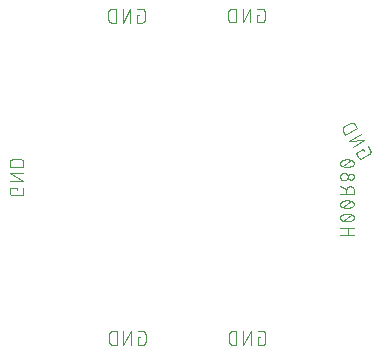
<source format=gbr>
G04 EAGLE Gerber RS-274X export*
G75*
%MOMM*%
%FSLAX34Y34*%
%LPD*%
%INSilkscreen Bottom*%
%IPPOS*%
%AMOC8*
5,1,8,0,0,1.08239X$1,22.5*%
G01*
%ADD10C,0.101600*%


D10*
X407088Y483471D02*
X405140Y483471D01*
X405140Y476980D01*
X409035Y476980D01*
X409134Y476982D01*
X409234Y476988D01*
X409333Y476997D01*
X409431Y477010D01*
X409529Y477027D01*
X409627Y477048D01*
X409723Y477073D01*
X409818Y477101D01*
X409912Y477133D01*
X410005Y477168D01*
X410097Y477207D01*
X410187Y477250D01*
X410275Y477295D01*
X410362Y477345D01*
X410446Y477397D01*
X410529Y477453D01*
X410609Y477511D01*
X410687Y477573D01*
X410762Y477638D01*
X410835Y477706D01*
X410905Y477776D01*
X410973Y477849D01*
X411038Y477924D01*
X411100Y478002D01*
X411158Y478082D01*
X411214Y478165D01*
X411266Y478249D01*
X411316Y478336D01*
X411361Y478424D01*
X411404Y478514D01*
X411443Y478606D01*
X411478Y478699D01*
X411510Y478793D01*
X411538Y478888D01*
X411563Y478984D01*
X411584Y479082D01*
X411601Y479180D01*
X411614Y479278D01*
X411623Y479377D01*
X411629Y479477D01*
X411631Y479576D01*
X411632Y479576D02*
X411632Y486068D01*
X411631Y486068D02*
X411629Y486167D01*
X411623Y486267D01*
X411614Y486366D01*
X411601Y486464D01*
X411584Y486562D01*
X411563Y486660D01*
X411538Y486756D01*
X411510Y486851D01*
X411478Y486945D01*
X411443Y487038D01*
X411404Y487130D01*
X411361Y487220D01*
X411316Y487308D01*
X411266Y487395D01*
X411214Y487479D01*
X411158Y487562D01*
X411100Y487642D01*
X411038Y487720D01*
X410973Y487795D01*
X410905Y487868D01*
X410835Y487938D01*
X410762Y488006D01*
X410687Y488071D01*
X410609Y488133D01*
X410529Y488191D01*
X410446Y488247D01*
X410362Y488299D01*
X410275Y488349D01*
X410187Y488394D01*
X410097Y488437D01*
X410005Y488476D01*
X409912Y488511D01*
X409818Y488543D01*
X409723Y488571D01*
X409627Y488596D01*
X409529Y488617D01*
X409431Y488634D01*
X409333Y488647D01*
X409234Y488656D01*
X409134Y488662D01*
X409035Y488664D01*
X405140Y488664D01*
X399440Y488664D02*
X399440Y476980D01*
X392948Y476980D02*
X399440Y488664D01*
X392948Y488664D02*
X392948Y476980D01*
X387248Y476980D02*
X387248Y488664D01*
X384002Y488664D01*
X383889Y488662D01*
X383776Y488656D01*
X383663Y488646D01*
X383550Y488632D01*
X383438Y488615D01*
X383327Y488593D01*
X383217Y488568D01*
X383107Y488538D01*
X382999Y488505D01*
X382892Y488468D01*
X382786Y488428D01*
X382682Y488383D01*
X382579Y488335D01*
X382478Y488284D01*
X382379Y488229D01*
X382282Y488171D01*
X382187Y488109D01*
X382094Y488044D01*
X382004Y487976D01*
X381916Y487905D01*
X381830Y487830D01*
X381747Y487753D01*
X381667Y487673D01*
X381590Y487590D01*
X381515Y487504D01*
X381444Y487416D01*
X381376Y487326D01*
X381311Y487233D01*
X381249Y487138D01*
X381191Y487041D01*
X381136Y486942D01*
X381085Y486841D01*
X381037Y486738D01*
X380992Y486634D01*
X380952Y486528D01*
X380915Y486421D01*
X380882Y486313D01*
X380852Y486203D01*
X380827Y486093D01*
X380805Y485982D01*
X380788Y485870D01*
X380774Y485757D01*
X380764Y485644D01*
X380758Y485531D01*
X380756Y485418D01*
X380756Y480226D01*
X380758Y480113D01*
X380764Y480000D01*
X380774Y479887D01*
X380788Y479774D01*
X380805Y479662D01*
X380827Y479551D01*
X380852Y479441D01*
X380882Y479331D01*
X380915Y479223D01*
X380952Y479116D01*
X380992Y479010D01*
X381037Y478906D01*
X381085Y478803D01*
X381136Y478702D01*
X381191Y478603D01*
X381249Y478506D01*
X381311Y478411D01*
X381376Y478318D01*
X381444Y478228D01*
X381515Y478140D01*
X381590Y478054D01*
X381667Y477971D01*
X381747Y477891D01*
X381830Y477814D01*
X381916Y477739D01*
X382004Y477668D01*
X382094Y477600D01*
X382187Y477535D01*
X382282Y477473D01*
X382379Y477415D01*
X382478Y477360D01*
X382579Y477309D01*
X382682Y477261D01*
X382786Y477216D01*
X382892Y477176D01*
X382999Y477139D01*
X383107Y477106D01*
X383217Y477076D01*
X383327Y477051D01*
X383438Y477029D01*
X383550Y477012D01*
X383663Y476998D01*
X383776Y476988D01*
X383889Y476982D01*
X384002Y476980D01*
X387248Y476980D01*
X494495Y369677D02*
X495469Y367990D01*
X494495Y369677D02*
X488874Y366431D01*
X490821Y363058D01*
X490822Y363058D02*
X490873Y362973D01*
X490928Y362890D01*
X490985Y362809D01*
X491046Y362730D01*
X491110Y362654D01*
X491177Y362580D01*
X491246Y362509D01*
X491318Y362440D01*
X491393Y362374D01*
X491470Y362312D01*
X491549Y362252D01*
X491631Y362195D01*
X491715Y362142D01*
X491801Y362091D01*
X491888Y362044D01*
X491978Y362001D01*
X492069Y361961D01*
X492161Y361924D01*
X492255Y361891D01*
X492350Y361862D01*
X492446Y361836D01*
X492543Y361814D01*
X492641Y361796D01*
X492739Y361781D01*
X492838Y361770D01*
X492937Y361763D01*
X493037Y361760D01*
X493136Y361761D01*
X493236Y361765D01*
X493335Y361774D01*
X493434Y361786D01*
X493532Y361801D01*
X493629Y361821D01*
X493726Y361844D01*
X493822Y361871D01*
X493916Y361902D01*
X494010Y361936D01*
X494102Y361974D01*
X494192Y362015D01*
X494281Y362060D01*
X494368Y362108D01*
X499990Y365353D01*
X499989Y365354D02*
X500074Y365405D01*
X500157Y365460D01*
X500238Y365517D01*
X500317Y365578D01*
X500393Y365642D01*
X500467Y365709D01*
X500538Y365778D01*
X500607Y365850D01*
X500673Y365925D01*
X500735Y366002D01*
X500795Y366081D01*
X500852Y366163D01*
X500905Y366247D01*
X500956Y366333D01*
X501003Y366420D01*
X501046Y366510D01*
X501086Y366601D01*
X501123Y366693D01*
X501156Y366787D01*
X501185Y366882D01*
X501211Y366978D01*
X501233Y367075D01*
X501251Y367173D01*
X501266Y367271D01*
X501277Y367370D01*
X501284Y367469D01*
X501287Y367569D01*
X501286Y367668D01*
X501282Y367768D01*
X501273Y367867D01*
X501261Y367965D01*
X501246Y368064D01*
X501226Y368161D01*
X501203Y368258D01*
X501176Y368354D01*
X501145Y368448D01*
X501111Y368542D01*
X501073Y368634D01*
X501032Y368724D01*
X500987Y368813D01*
X500939Y368900D01*
X500940Y368900D02*
X498993Y372273D01*
X496142Y377210D02*
X486024Y371368D01*
X482778Y376990D02*
X496142Y377210D01*
X492897Y382832D02*
X482778Y376990D01*
X479928Y381927D02*
X490046Y387769D01*
X488423Y390579D01*
X488424Y390580D02*
X488366Y390677D01*
X488304Y390772D01*
X488239Y390865D01*
X488171Y390955D01*
X488100Y391043D01*
X488025Y391129D01*
X487948Y391212D01*
X487868Y391292D01*
X487785Y391369D01*
X487699Y391444D01*
X487611Y391515D01*
X487521Y391583D01*
X487428Y391648D01*
X487333Y391710D01*
X487236Y391768D01*
X487137Y391823D01*
X487036Y391874D01*
X486933Y391922D01*
X486829Y391967D01*
X486723Y392007D01*
X486616Y392044D01*
X486508Y392077D01*
X486398Y392107D01*
X486288Y392132D01*
X486177Y392154D01*
X486065Y392171D01*
X485952Y392185D01*
X485839Y392195D01*
X485726Y392201D01*
X485613Y392203D01*
X485500Y392201D01*
X485387Y392195D01*
X485274Y392185D01*
X485161Y392171D01*
X485049Y392154D01*
X484938Y392132D01*
X484828Y392107D01*
X484718Y392077D01*
X484610Y392044D01*
X484503Y392007D01*
X484397Y391967D01*
X484293Y391922D01*
X484190Y391874D01*
X484089Y391823D01*
X483990Y391768D01*
X483990Y391767D02*
X479493Y389171D01*
X479396Y389113D01*
X479301Y389051D01*
X479208Y388986D01*
X479118Y388918D01*
X479030Y388847D01*
X478944Y388772D01*
X478861Y388695D01*
X478781Y388615D01*
X478704Y388532D01*
X478629Y388446D01*
X478558Y388358D01*
X478490Y388268D01*
X478425Y388175D01*
X478363Y388080D01*
X478305Y387983D01*
X478250Y387884D01*
X478199Y387783D01*
X478151Y387680D01*
X478106Y387576D01*
X478066Y387470D01*
X478029Y387363D01*
X477996Y387255D01*
X477966Y387145D01*
X477941Y387035D01*
X477919Y386924D01*
X477902Y386812D01*
X477888Y386699D01*
X477878Y386586D01*
X477872Y386473D01*
X477870Y386360D01*
X477872Y386247D01*
X477878Y386134D01*
X477888Y386021D01*
X477902Y385908D01*
X477919Y385796D01*
X477941Y385685D01*
X477966Y385575D01*
X477996Y385465D01*
X478029Y385357D01*
X478066Y385250D01*
X478106Y385144D01*
X478151Y385040D01*
X478199Y384937D01*
X478250Y384836D01*
X478305Y384737D01*
X479928Y381927D01*
X407596Y210451D02*
X405648Y210451D01*
X405648Y203960D01*
X409543Y203960D01*
X409642Y203962D01*
X409742Y203968D01*
X409841Y203977D01*
X409939Y203990D01*
X410037Y204007D01*
X410135Y204028D01*
X410231Y204053D01*
X410326Y204081D01*
X410420Y204113D01*
X410513Y204148D01*
X410605Y204187D01*
X410695Y204230D01*
X410783Y204275D01*
X410870Y204325D01*
X410954Y204377D01*
X411037Y204433D01*
X411117Y204491D01*
X411195Y204553D01*
X411270Y204618D01*
X411343Y204686D01*
X411413Y204756D01*
X411481Y204829D01*
X411546Y204904D01*
X411608Y204982D01*
X411666Y205062D01*
X411722Y205145D01*
X411774Y205229D01*
X411824Y205316D01*
X411869Y205404D01*
X411912Y205494D01*
X411951Y205586D01*
X411986Y205679D01*
X412018Y205773D01*
X412046Y205868D01*
X412071Y205964D01*
X412092Y206062D01*
X412109Y206160D01*
X412122Y206258D01*
X412131Y206357D01*
X412137Y206457D01*
X412139Y206556D01*
X412140Y206556D02*
X412140Y213048D01*
X412139Y213048D02*
X412137Y213147D01*
X412131Y213247D01*
X412122Y213346D01*
X412109Y213444D01*
X412092Y213542D01*
X412071Y213640D01*
X412046Y213736D01*
X412018Y213831D01*
X411986Y213925D01*
X411951Y214018D01*
X411912Y214110D01*
X411869Y214200D01*
X411824Y214288D01*
X411774Y214375D01*
X411722Y214459D01*
X411666Y214542D01*
X411608Y214622D01*
X411546Y214700D01*
X411481Y214775D01*
X411413Y214848D01*
X411343Y214918D01*
X411270Y214986D01*
X411195Y215051D01*
X411117Y215113D01*
X411037Y215171D01*
X410954Y215227D01*
X410870Y215279D01*
X410783Y215329D01*
X410695Y215374D01*
X410605Y215417D01*
X410513Y215456D01*
X410420Y215491D01*
X410326Y215523D01*
X410231Y215551D01*
X410135Y215576D01*
X410037Y215597D01*
X409939Y215614D01*
X409841Y215627D01*
X409742Y215636D01*
X409642Y215642D01*
X409543Y215644D01*
X405648Y215644D01*
X399948Y215644D02*
X399948Y203960D01*
X393456Y203960D02*
X399948Y215644D01*
X393456Y215644D02*
X393456Y203960D01*
X387756Y203960D02*
X387756Y215644D01*
X384510Y215644D01*
X384397Y215642D01*
X384284Y215636D01*
X384171Y215626D01*
X384058Y215612D01*
X383946Y215595D01*
X383835Y215573D01*
X383725Y215548D01*
X383615Y215518D01*
X383507Y215485D01*
X383400Y215448D01*
X383294Y215408D01*
X383190Y215363D01*
X383087Y215315D01*
X382986Y215264D01*
X382887Y215209D01*
X382790Y215151D01*
X382695Y215089D01*
X382602Y215024D01*
X382512Y214956D01*
X382424Y214885D01*
X382338Y214810D01*
X382255Y214733D01*
X382175Y214653D01*
X382098Y214570D01*
X382023Y214484D01*
X381952Y214396D01*
X381884Y214306D01*
X381819Y214213D01*
X381757Y214118D01*
X381699Y214021D01*
X381644Y213922D01*
X381593Y213821D01*
X381545Y213718D01*
X381500Y213614D01*
X381460Y213508D01*
X381423Y213401D01*
X381390Y213293D01*
X381360Y213183D01*
X381335Y213073D01*
X381313Y212962D01*
X381296Y212850D01*
X381282Y212737D01*
X381272Y212624D01*
X381266Y212511D01*
X381264Y212398D01*
X381264Y207206D01*
X381266Y207093D01*
X381272Y206980D01*
X381282Y206867D01*
X381296Y206754D01*
X381313Y206642D01*
X381335Y206531D01*
X381360Y206421D01*
X381390Y206311D01*
X381423Y206203D01*
X381460Y206096D01*
X381500Y205990D01*
X381545Y205886D01*
X381593Y205783D01*
X381644Y205682D01*
X381699Y205583D01*
X381757Y205486D01*
X381819Y205391D01*
X381884Y205298D01*
X381952Y205208D01*
X382023Y205120D01*
X382098Y205034D01*
X382175Y204951D01*
X382255Y204871D01*
X382338Y204794D01*
X382424Y204719D01*
X382512Y204648D01*
X382602Y204580D01*
X382695Y204515D01*
X382790Y204453D01*
X382887Y204395D01*
X382986Y204340D01*
X383087Y204289D01*
X383190Y204241D01*
X383294Y204196D01*
X383400Y204156D01*
X383507Y204119D01*
X383615Y204086D01*
X383725Y204056D01*
X383835Y204031D01*
X383946Y204009D01*
X384058Y203992D01*
X384171Y203978D01*
X384284Y203968D01*
X384397Y203962D01*
X384510Y203960D01*
X387756Y203960D01*
X202239Y335056D02*
X202239Y337004D01*
X195748Y337004D01*
X195748Y333109D01*
X195750Y333010D01*
X195756Y332910D01*
X195765Y332811D01*
X195778Y332713D01*
X195795Y332615D01*
X195816Y332517D01*
X195841Y332421D01*
X195869Y332326D01*
X195901Y332232D01*
X195936Y332139D01*
X195975Y332047D01*
X196018Y331957D01*
X196063Y331869D01*
X196113Y331782D01*
X196165Y331698D01*
X196221Y331615D01*
X196279Y331535D01*
X196341Y331457D01*
X196406Y331382D01*
X196474Y331309D01*
X196544Y331239D01*
X196617Y331171D01*
X196692Y331106D01*
X196770Y331044D01*
X196850Y330986D01*
X196933Y330930D01*
X197017Y330878D01*
X197104Y330828D01*
X197192Y330783D01*
X197282Y330740D01*
X197374Y330701D01*
X197467Y330666D01*
X197561Y330634D01*
X197656Y330606D01*
X197752Y330581D01*
X197850Y330560D01*
X197948Y330543D01*
X198046Y330530D01*
X198145Y330521D01*
X198245Y330515D01*
X198344Y330513D01*
X198344Y330512D02*
X204836Y330512D01*
X204836Y330513D02*
X204935Y330515D01*
X205035Y330521D01*
X205134Y330530D01*
X205232Y330543D01*
X205330Y330560D01*
X205428Y330581D01*
X205524Y330606D01*
X205619Y330634D01*
X205713Y330666D01*
X205806Y330701D01*
X205898Y330740D01*
X205988Y330783D01*
X206076Y330828D01*
X206163Y330878D01*
X206247Y330930D01*
X206330Y330986D01*
X206410Y331044D01*
X206488Y331106D01*
X206563Y331171D01*
X206636Y331239D01*
X206706Y331309D01*
X206774Y331382D01*
X206839Y331457D01*
X206901Y331535D01*
X206959Y331615D01*
X207015Y331698D01*
X207067Y331782D01*
X207117Y331869D01*
X207162Y331957D01*
X207205Y332047D01*
X207244Y332139D01*
X207279Y332231D01*
X207311Y332326D01*
X207339Y332421D01*
X207364Y332517D01*
X207385Y332615D01*
X207402Y332713D01*
X207415Y332811D01*
X207424Y332910D01*
X207430Y333010D01*
X207432Y333109D01*
X207432Y337004D01*
X207432Y342704D02*
X195748Y342704D01*
X195748Y349196D02*
X207432Y342704D01*
X207432Y349196D02*
X195748Y349196D01*
X195748Y354896D02*
X207432Y354896D01*
X207432Y358142D01*
X207430Y358255D01*
X207424Y358368D01*
X207414Y358481D01*
X207400Y358594D01*
X207383Y358706D01*
X207361Y358817D01*
X207336Y358927D01*
X207306Y359037D01*
X207273Y359145D01*
X207236Y359252D01*
X207196Y359358D01*
X207151Y359462D01*
X207103Y359565D01*
X207052Y359666D01*
X206997Y359765D01*
X206939Y359862D01*
X206877Y359957D01*
X206812Y360050D01*
X206744Y360140D01*
X206673Y360228D01*
X206598Y360314D01*
X206521Y360397D01*
X206441Y360477D01*
X206358Y360554D01*
X206272Y360629D01*
X206184Y360700D01*
X206094Y360768D01*
X206001Y360833D01*
X205906Y360895D01*
X205809Y360953D01*
X205710Y361008D01*
X205609Y361059D01*
X205506Y361107D01*
X205402Y361152D01*
X205296Y361192D01*
X205189Y361229D01*
X205081Y361262D01*
X204971Y361292D01*
X204861Y361317D01*
X204750Y361339D01*
X204638Y361356D01*
X204525Y361370D01*
X204412Y361380D01*
X204299Y361386D01*
X204186Y361388D01*
X198994Y361388D01*
X198881Y361386D01*
X198768Y361380D01*
X198655Y361370D01*
X198542Y361356D01*
X198430Y361339D01*
X198319Y361317D01*
X198209Y361292D01*
X198099Y361262D01*
X197991Y361229D01*
X197884Y361192D01*
X197778Y361152D01*
X197674Y361107D01*
X197571Y361059D01*
X197470Y361008D01*
X197371Y360953D01*
X197274Y360895D01*
X197179Y360833D01*
X197086Y360768D01*
X196996Y360700D01*
X196908Y360629D01*
X196822Y360554D01*
X196739Y360477D01*
X196659Y360397D01*
X196582Y360314D01*
X196507Y360228D01*
X196436Y360140D01*
X196368Y360050D01*
X196303Y359957D01*
X196241Y359862D01*
X196183Y359765D01*
X196128Y359666D01*
X196077Y359565D01*
X196029Y359462D01*
X195984Y359358D01*
X195944Y359252D01*
X195907Y359145D01*
X195874Y359037D01*
X195844Y358927D01*
X195819Y358817D01*
X195797Y358706D01*
X195780Y358594D01*
X195766Y358481D01*
X195756Y358368D01*
X195750Y358255D01*
X195748Y358142D01*
X195748Y354896D01*
X303628Y483344D02*
X305576Y483344D01*
X303628Y483344D02*
X303628Y476853D01*
X307523Y476853D01*
X307622Y476855D01*
X307722Y476861D01*
X307821Y476870D01*
X307919Y476883D01*
X308017Y476900D01*
X308115Y476921D01*
X308211Y476946D01*
X308306Y476974D01*
X308400Y477006D01*
X308493Y477041D01*
X308585Y477080D01*
X308675Y477123D01*
X308763Y477168D01*
X308850Y477218D01*
X308934Y477270D01*
X309017Y477326D01*
X309097Y477384D01*
X309175Y477446D01*
X309250Y477511D01*
X309323Y477579D01*
X309393Y477649D01*
X309461Y477722D01*
X309526Y477797D01*
X309588Y477875D01*
X309646Y477955D01*
X309702Y478038D01*
X309754Y478122D01*
X309804Y478209D01*
X309849Y478297D01*
X309892Y478387D01*
X309931Y478479D01*
X309966Y478572D01*
X309998Y478666D01*
X310026Y478761D01*
X310051Y478857D01*
X310072Y478955D01*
X310089Y479053D01*
X310102Y479151D01*
X310111Y479250D01*
X310117Y479350D01*
X310119Y479449D01*
X310120Y479449D02*
X310120Y485941D01*
X310119Y485941D02*
X310117Y486040D01*
X310111Y486140D01*
X310102Y486239D01*
X310089Y486337D01*
X310072Y486435D01*
X310051Y486533D01*
X310026Y486629D01*
X309998Y486724D01*
X309966Y486818D01*
X309931Y486911D01*
X309892Y487003D01*
X309849Y487093D01*
X309804Y487181D01*
X309754Y487268D01*
X309702Y487352D01*
X309646Y487435D01*
X309588Y487515D01*
X309526Y487593D01*
X309461Y487668D01*
X309393Y487741D01*
X309323Y487811D01*
X309250Y487879D01*
X309175Y487944D01*
X309097Y488006D01*
X309017Y488064D01*
X308934Y488120D01*
X308850Y488172D01*
X308763Y488222D01*
X308675Y488267D01*
X308585Y488310D01*
X308493Y488349D01*
X308400Y488384D01*
X308306Y488416D01*
X308211Y488444D01*
X308115Y488469D01*
X308017Y488490D01*
X307919Y488507D01*
X307821Y488520D01*
X307722Y488529D01*
X307622Y488535D01*
X307523Y488537D01*
X303628Y488537D01*
X297928Y488537D02*
X297928Y476853D01*
X291436Y476853D02*
X297928Y488537D01*
X291436Y488537D02*
X291436Y476853D01*
X285736Y476853D02*
X285736Y488537D01*
X282490Y488537D01*
X282377Y488535D01*
X282264Y488529D01*
X282151Y488519D01*
X282038Y488505D01*
X281926Y488488D01*
X281815Y488466D01*
X281705Y488441D01*
X281595Y488411D01*
X281487Y488378D01*
X281380Y488341D01*
X281274Y488301D01*
X281170Y488256D01*
X281067Y488208D01*
X280966Y488157D01*
X280867Y488102D01*
X280770Y488044D01*
X280675Y487982D01*
X280582Y487917D01*
X280492Y487849D01*
X280404Y487778D01*
X280318Y487703D01*
X280235Y487626D01*
X280155Y487546D01*
X280078Y487463D01*
X280003Y487377D01*
X279932Y487289D01*
X279864Y487199D01*
X279799Y487106D01*
X279737Y487011D01*
X279679Y486914D01*
X279624Y486815D01*
X279573Y486714D01*
X279525Y486611D01*
X279480Y486507D01*
X279440Y486401D01*
X279403Y486294D01*
X279370Y486186D01*
X279340Y486076D01*
X279315Y485966D01*
X279293Y485855D01*
X279276Y485743D01*
X279262Y485630D01*
X279252Y485517D01*
X279246Y485404D01*
X279244Y485291D01*
X279244Y480099D01*
X279246Y479986D01*
X279252Y479873D01*
X279262Y479760D01*
X279276Y479647D01*
X279293Y479535D01*
X279315Y479424D01*
X279340Y479314D01*
X279370Y479204D01*
X279403Y479096D01*
X279440Y478989D01*
X279480Y478883D01*
X279525Y478779D01*
X279573Y478676D01*
X279624Y478575D01*
X279679Y478476D01*
X279737Y478379D01*
X279799Y478284D01*
X279864Y478191D01*
X279932Y478101D01*
X280003Y478013D01*
X280078Y477927D01*
X280155Y477844D01*
X280235Y477764D01*
X280318Y477687D01*
X280404Y477612D01*
X280492Y477541D01*
X280582Y477473D01*
X280675Y477408D01*
X280770Y477346D01*
X280867Y477288D01*
X280966Y477233D01*
X281067Y477182D01*
X281170Y477134D01*
X281274Y477089D01*
X281380Y477049D01*
X281487Y477012D01*
X281595Y476979D01*
X281705Y476949D01*
X281815Y476924D01*
X281926Y476902D01*
X282038Y476885D01*
X282151Y476871D01*
X282264Y476861D01*
X282377Y476855D01*
X282490Y476853D01*
X285736Y476853D01*
X304302Y210451D02*
X306250Y210451D01*
X304302Y210451D02*
X304302Y203960D01*
X308197Y203960D01*
X308296Y203962D01*
X308396Y203968D01*
X308495Y203977D01*
X308593Y203990D01*
X308691Y204007D01*
X308789Y204028D01*
X308885Y204053D01*
X308980Y204081D01*
X309074Y204113D01*
X309167Y204148D01*
X309259Y204187D01*
X309349Y204230D01*
X309437Y204275D01*
X309524Y204325D01*
X309608Y204377D01*
X309691Y204433D01*
X309771Y204491D01*
X309849Y204553D01*
X309924Y204618D01*
X309997Y204686D01*
X310067Y204756D01*
X310135Y204829D01*
X310200Y204904D01*
X310262Y204982D01*
X310320Y205062D01*
X310376Y205145D01*
X310428Y205229D01*
X310478Y205316D01*
X310523Y205404D01*
X310566Y205494D01*
X310605Y205586D01*
X310640Y205679D01*
X310672Y205773D01*
X310700Y205868D01*
X310725Y205964D01*
X310746Y206062D01*
X310763Y206160D01*
X310776Y206258D01*
X310785Y206357D01*
X310791Y206457D01*
X310793Y206556D01*
X310794Y206556D02*
X310794Y213048D01*
X310793Y213048D02*
X310791Y213147D01*
X310785Y213247D01*
X310776Y213346D01*
X310763Y213444D01*
X310746Y213542D01*
X310725Y213640D01*
X310700Y213736D01*
X310672Y213831D01*
X310640Y213925D01*
X310605Y214018D01*
X310566Y214110D01*
X310523Y214200D01*
X310478Y214288D01*
X310428Y214375D01*
X310376Y214459D01*
X310320Y214542D01*
X310262Y214622D01*
X310200Y214700D01*
X310135Y214775D01*
X310067Y214848D01*
X309997Y214918D01*
X309924Y214986D01*
X309849Y215051D01*
X309771Y215113D01*
X309691Y215171D01*
X309608Y215227D01*
X309524Y215279D01*
X309437Y215329D01*
X309349Y215374D01*
X309259Y215417D01*
X309167Y215456D01*
X309074Y215491D01*
X308980Y215523D01*
X308885Y215551D01*
X308789Y215576D01*
X308691Y215597D01*
X308593Y215614D01*
X308495Y215627D01*
X308396Y215636D01*
X308296Y215642D01*
X308197Y215644D01*
X304302Y215644D01*
X298602Y215644D02*
X298602Y203960D01*
X292110Y203960D02*
X298602Y215644D01*
X292110Y215644D02*
X292110Y203960D01*
X286410Y203960D02*
X286410Y215644D01*
X283164Y215644D01*
X283051Y215642D01*
X282938Y215636D01*
X282825Y215626D01*
X282712Y215612D01*
X282600Y215595D01*
X282489Y215573D01*
X282379Y215548D01*
X282269Y215518D01*
X282161Y215485D01*
X282054Y215448D01*
X281948Y215408D01*
X281844Y215363D01*
X281741Y215315D01*
X281640Y215264D01*
X281541Y215209D01*
X281444Y215151D01*
X281349Y215089D01*
X281256Y215024D01*
X281166Y214956D01*
X281078Y214885D01*
X280992Y214810D01*
X280909Y214733D01*
X280829Y214653D01*
X280752Y214570D01*
X280677Y214484D01*
X280606Y214396D01*
X280538Y214306D01*
X280473Y214213D01*
X280411Y214118D01*
X280353Y214021D01*
X280298Y213922D01*
X280247Y213821D01*
X280199Y213718D01*
X280154Y213614D01*
X280114Y213508D01*
X280077Y213401D01*
X280044Y213293D01*
X280014Y213183D01*
X279989Y213073D01*
X279967Y212962D01*
X279950Y212850D01*
X279936Y212737D01*
X279926Y212624D01*
X279920Y212511D01*
X279918Y212398D01*
X279918Y207206D01*
X279920Y207093D01*
X279926Y206980D01*
X279936Y206867D01*
X279950Y206754D01*
X279967Y206642D01*
X279989Y206531D01*
X280014Y206421D01*
X280044Y206311D01*
X280077Y206203D01*
X280114Y206096D01*
X280154Y205990D01*
X280199Y205886D01*
X280247Y205783D01*
X280298Y205682D01*
X280353Y205583D01*
X280411Y205486D01*
X280473Y205391D01*
X280538Y205298D01*
X280606Y205208D01*
X280677Y205120D01*
X280752Y205034D01*
X280829Y204951D01*
X280909Y204871D01*
X280992Y204794D01*
X281078Y204719D01*
X281166Y204648D01*
X281256Y204580D01*
X281349Y204515D01*
X281444Y204453D01*
X281541Y204395D01*
X281640Y204340D01*
X281741Y204289D01*
X281844Y204241D01*
X281948Y204196D01*
X282054Y204156D01*
X282161Y204119D01*
X282269Y204086D01*
X282379Y204056D01*
X282489Y204031D01*
X282600Y204009D01*
X282712Y203992D01*
X282825Y203978D01*
X282938Y203968D01*
X283051Y203962D01*
X283164Y203960D01*
X286410Y203960D01*
X475488Y296729D02*
X487172Y296729D01*
X481979Y296729D02*
X481979Y303220D01*
X487172Y303220D02*
X475488Y303220D01*
X481330Y308540D02*
X481560Y308543D01*
X481790Y308551D01*
X482019Y308565D01*
X482248Y308584D01*
X482477Y308609D01*
X482704Y308639D01*
X482932Y308674D01*
X483158Y308715D01*
X483383Y308761D01*
X483607Y308813D01*
X483829Y308870D01*
X484051Y308932D01*
X484270Y309000D01*
X484488Y309073D01*
X484705Y309151D01*
X484919Y309234D01*
X485131Y309322D01*
X485341Y309415D01*
X485549Y309514D01*
X485549Y309513D02*
X485639Y309546D01*
X485728Y309582D01*
X485816Y309622D01*
X485901Y309666D01*
X485985Y309713D01*
X486067Y309763D01*
X486147Y309817D01*
X486224Y309873D01*
X486300Y309933D01*
X486373Y309996D01*
X486443Y310061D01*
X486511Y310130D01*
X486575Y310201D01*
X486637Y310274D01*
X486696Y310350D01*
X486752Y310428D01*
X486805Y310509D01*
X486854Y310591D01*
X486900Y310675D01*
X486943Y310762D01*
X486982Y310849D01*
X487018Y310939D01*
X487050Y311029D01*
X487078Y311121D01*
X487103Y311214D01*
X487124Y311308D01*
X487141Y311402D01*
X487155Y311497D01*
X487164Y311593D01*
X487170Y311689D01*
X487172Y311785D01*
X487170Y311881D01*
X487164Y311977D01*
X487155Y312073D01*
X487141Y312168D01*
X487124Y312262D01*
X487103Y312356D01*
X487078Y312449D01*
X487050Y312541D01*
X487018Y312631D01*
X486982Y312721D01*
X486943Y312808D01*
X486900Y312895D01*
X486854Y312979D01*
X486805Y313061D01*
X486752Y313142D01*
X486696Y313220D01*
X486637Y313296D01*
X486575Y313369D01*
X486511Y313440D01*
X486443Y313509D01*
X486373Y313574D01*
X486300Y313637D01*
X486224Y313697D01*
X486147Y313753D01*
X486067Y313807D01*
X485985Y313857D01*
X485901Y313904D01*
X485816Y313948D01*
X485728Y313988D01*
X485639Y314024D01*
X485549Y314057D01*
X485342Y314156D01*
X485132Y314249D01*
X484919Y314337D01*
X484705Y314420D01*
X484489Y314498D01*
X484271Y314571D01*
X484051Y314639D01*
X483830Y314701D01*
X483607Y314758D01*
X483383Y314810D01*
X483158Y314856D01*
X482932Y314897D01*
X482705Y314932D01*
X482477Y314962D01*
X482248Y314987D01*
X482019Y315006D01*
X481790Y315020D01*
X481560Y315028D01*
X481330Y315031D01*
X481330Y308539D02*
X481100Y308542D01*
X480870Y308550D01*
X480641Y308564D01*
X480412Y308583D01*
X480183Y308608D01*
X479955Y308638D01*
X479728Y308673D01*
X479502Y308714D01*
X479277Y308760D01*
X479053Y308812D01*
X478830Y308869D01*
X478609Y308931D01*
X478389Y308999D01*
X478171Y309072D01*
X477955Y309150D01*
X477741Y309233D01*
X477529Y309321D01*
X477318Y309414D01*
X477111Y309513D01*
X477021Y309546D01*
X476932Y309582D01*
X476844Y309623D01*
X476759Y309666D01*
X476675Y309713D01*
X476593Y309763D01*
X476513Y309817D01*
X476436Y309873D01*
X476360Y309933D01*
X476287Y309996D01*
X476217Y310061D01*
X476149Y310130D01*
X476085Y310201D01*
X476023Y310274D01*
X475964Y310350D01*
X475908Y310428D01*
X475855Y310509D01*
X475806Y310591D01*
X475760Y310675D01*
X475717Y310762D01*
X475678Y310849D01*
X475642Y310939D01*
X475610Y311029D01*
X475582Y311121D01*
X475557Y311214D01*
X475536Y311308D01*
X475519Y311402D01*
X475505Y311497D01*
X475496Y311593D01*
X475490Y311689D01*
X475488Y311785D01*
X477111Y314057D02*
X477318Y314156D01*
X477529Y314249D01*
X477741Y314337D01*
X477955Y314420D01*
X478171Y314498D01*
X478389Y314571D01*
X478609Y314639D01*
X478830Y314701D01*
X479053Y314758D01*
X479277Y314810D01*
X479502Y314856D01*
X479728Y314897D01*
X479955Y314932D01*
X480183Y314962D01*
X480412Y314987D01*
X480641Y315006D01*
X480870Y315020D01*
X481100Y315028D01*
X481330Y315031D01*
X477111Y314057D02*
X477021Y314024D01*
X476932Y313988D01*
X476844Y313948D01*
X476759Y313904D01*
X476675Y313857D01*
X476593Y313807D01*
X476513Y313753D01*
X476436Y313697D01*
X476360Y313637D01*
X476287Y313574D01*
X476217Y313509D01*
X476149Y313440D01*
X476085Y313369D01*
X476023Y313296D01*
X475964Y313220D01*
X475908Y313142D01*
X475855Y313061D01*
X475806Y312979D01*
X475760Y312895D01*
X475717Y312808D01*
X475678Y312721D01*
X475642Y312631D01*
X475610Y312541D01*
X475582Y312449D01*
X475557Y312356D01*
X475536Y312262D01*
X475519Y312168D01*
X475505Y312073D01*
X475496Y311977D01*
X475490Y311881D01*
X475488Y311785D01*
X478084Y309189D02*
X484576Y314382D01*
X481330Y319970D02*
X481560Y319973D01*
X481790Y319981D01*
X482019Y319995D01*
X482248Y320014D01*
X482477Y320039D01*
X482704Y320069D01*
X482932Y320104D01*
X483158Y320145D01*
X483383Y320191D01*
X483607Y320243D01*
X483829Y320300D01*
X484051Y320362D01*
X484270Y320430D01*
X484488Y320503D01*
X484705Y320581D01*
X484919Y320664D01*
X485131Y320752D01*
X485341Y320845D01*
X485549Y320944D01*
X485549Y320943D02*
X485639Y320976D01*
X485728Y321012D01*
X485816Y321052D01*
X485901Y321096D01*
X485985Y321143D01*
X486067Y321193D01*
X486147Y321247D01*
X486224Y321303D01*
X486300Y321363D01*
X486373Y321426D01*
X486443Y321491D01*
X486511Y321560D01*
X486575Y321631D01*
X486637Y321704D01*
X486696Y321780D01*
X486752Y321858D01*
X486805Y321939D01*
X486854Y322021D01*
X486900Y322105D01*
X486943Y322192D01*
X486982Y322279D01*
X487018Y322369D01*
X487050Y322459D01*
X487078Y322551D01*
X487103Y322644D01*
X487124Y322738D01*
X487141Y322832D01*
X487155Y322927D01*
X487164Y323023D01*
X487170Y323119D01*
X487172Y323215D01*
X487170Y323311D01*
X487164Y323407D01*
X487155Y323503D01*
X487141Y323598D01*
X487124Y323692D01*
X487103Y323786D01*
X487078Y323879D01*
X487050Y323971D01*
X487018Y324061D01*
X486982Y324151D01*
X486943Y324238D01*
X486900Y324325D01*
X486854Y324409D01*
X486805Y324491D01*
X486752Y324572D01*
X486696Y324650D01*
X486637Y324726D01*
X486575Y324799D01*
X486511Y324870D01*
X486443Y324939D01*
X486373Y325004D01*
X486300Y325067D01*
X486224Y325127D01*
X486147Y325183D01*
X486067Y325237D01*
X485985Y325287D01*
X485901Y325334D01*
X485816Y325378D01*
X485728Y325418D01*
X485639Y325454D01*
X485549Y325487D01*
X485342Y325586D01*
X485132Y325679D01*
X484919Y325767D01*
X484705Y325850D01*
X484489Y325928D01*
X484271Y326001D01*
X484051Y326069D01*
X483830Y326131D01*
X483607Y326188D01*
X483383Y326240D01*
X483158Y326286D01*
X482932Y326327D01*
X482705Y326362D01*
X482477Y326392D01*
X482248Y326417D01*
X482019Y326436D01*
X481790Y326450D01*
X481560Y326458D01*
X481330Y326461D01*
X481330Y319969D02*
X481100Y319972D01*
X480870Y319980D01*
X480641Y319994D01*
X480412Y320013D01*
X480183Y320038D01*
X479955Y320068D01*
X479728Y320103D01*
X479502Y320144D01*
X479277Y320190D01*
X479053Y320242D01*
X478830Y320299D01*
X478609Y320361D01*
X478389Y320429D01*
X478171Y320502D01*
X477955Y320580D01*
X477741Y320663D01*
X477529Y320751D01*
X477318Y320844D01*
X477111Y320943D01*
X477021Y320976D01*
X476932Y321012D01*
X476844Y321053D01*
X476759Y321096D01*
X476675Y321143D01*
X476593Y321193D01*
X476513Y321247D01*
X476436Y321303D01*
X476360Y321363D01*
X476287Y321426D01*
X476217Y321491D01*
X476149Y321560D01*
X476085Y321631D01*
X476023Y321704D01*
X475964Y321780D01*
X475908Y321858D01*
X475855Y321939D01*
X475806Y322021D01*
X475760Y322105D01*
X475717Y322192D01*
X475678Y322279D01*
X475642Y322369D01*
X475610Y322459D01*
X475582Y322551D01*
X475557Y322644D01*
X475536Y322738D01*
X475519Y322832D01*
X475505Y322927D01*
X475496Y323023D01*
X475490Y323119D01*
X475488Y323215D01*
X477111Y325487D02*
X477318Y325586D01*
X477529Y325679D01*
X477741Y325767D01*
X477955Y325850D01*
X478171Y325928D01*
X478389Y326001D01*
X478609Y326069D01*
X478830Y326131D01*
X479053Y326188D01*
X479277Y326240D01*
X479502Y326286D01*
X479728Y326327D01*
X479955Y326362D01*
X480183Y326392D01*
X480412Y326417D01*
X480641Y326436D01*
X480870Y326450D01*
X481100Y326458D01*
X481330Y326461D01*
X477111Y325487D02*
X477021Y325454D01*
X476932Y325418D01*
X476844Y325378D01*
X476759Y325334D01*
X476675Y325287D01*
X476593Y325237D01*
X476513Y325183D01*
X476436Y325127D01*
X476360Y325067D01*
X476287Y325004D01*
X476217Y324939D01*
X476149Y324870D01*
X476085Y324799D01*
X476023Y324726D01*
X475964Y324650D01*
X475908Y324572D01*
X475855Y324491D01*
X475806Y324409D01*
X475760Y324325D01*
X475717Y324238D01*
X475678Y324151D01*
X475642Y324061D01*
X475610Y323971D01*
X475582Y323879D01*
X475557Y323786D01*
X475536Y323692D01*
X475519Y323598D01*
X475505Y323503D01*
X475496Y323407D01*
X475490Y323311D01*
X475488Y323215D01*
X478084Y320619D02*
X484576Y325811D01*
X487172Y331854D02*
X475488Y331854D01*
X487172Y331854D02*
X487172Y335100D01*
X487170Y335213D01*
X487164Y335326D01*
X487154Y335439D01*
X487140Y335552D01*
X487123Y335664D01*
X487101Y335775D01*
X487076Y335885D01*
X487046Y335995D01*
X487013Y336103D01*
X486976Y336210D01*
X486936Y336316D01*
X486891Y336420D01*
X486843Y336523D01*
X486792Y336624D01*
X486737Y336723D01*
X486679Y336820D01*
X486617Y336915D01*
X486552Y337008D01*
X486484Y337098D01*
X486413Y337186D01*
X486338Y337272D01*
X486261Y337355D01*
X486181Y337435D01*
X486098Y337512D01*
X486012Y337587D01*
X485924Y337658D01*
X485834Y337726D01*
X485741Y337791D01*
X485646Y337853D01*
X485549Y337911D01*
X485450Y337966D01*
X485349Y338017D01*
X485246Y338065D01*
X485142Y338110D01*
X485036Y338150D01*
X484929Y338187D01*
X484821Y338220D01*
X484711Y338250D01*
X484601Y338275D01*
X484490Y338297D01*
X484378Y338314D01*
X484265Y338328D01*
X484152Y338338D01*
X484039Y338344D01*
X483926Y338346D01*
X483813Y338344D01*
X483700Y338338D01*
X483587Y338328D01*
X483474Y338314D01*
X483362Y338297D01*
X483251Y338275D01*
X483141Y338250D01*
X483031Y338220D01*
X482923Y338187D01*
X482816Y338150D01*
X482710Y338110D01*
X482606Y338065D01*
X482503Y338017D01*
X482402Y337966D01*
X482303Y337911D01*
X482206Y337853D01*
X482111Y337791D01*
X482018Y337726D01*
X481928Y337658D01*
X481840Y337587D01*
X481754Y337512D01*
X481671Y337435D01*
X481591Y337355D01*
X481514Y337272D01*
X481439Y337186D01*
X481368Y337098D01*
X481300Y337008D01*
X481235Y336915D01*
X481173Y336820D01*
X481115Y336723D01*
X481060Y336624D01*
X481009Y336523D01*
X480961Y336420D01*
X480916Y336316D01*
X480876Y336210D01*
X480839Y336103D01*
X480806Y335995D01*
X480776Y335885D01*
X480751Y335775D01*
X480729Y335664D01*
X480712Y335552D01*
X480698Y335439D01*
X480688Y335326D01*
X480682Y335213D01*
X480680Y335100D01*
X480681Y335100D02*
X480681Y331854D01*
X480681Y335749D02*
X475488Y338345D01*
X478734Y343210D02*
X478847Y343212D01*
X478960Y343218D01*
X479073Y343228D01*
X479186Y343242D01*
X479298Y343259D01*
X479409Y343281D01*
X479519Y343306D01*
X479629Y343336D01*
X479737Y343369D01*
X479844Y343406D01*
X479950Y343446D01*
X480054Y343491D01*
X480157Y343539D01*
X480258Y343590D01*
X480357Y343645D01*
X480454Y343703D01*
X480549Y343765D01*
X480642Y343830D01*
X480732Y343898D01*
X480820Y343969D01*
X480906Y344044D01*
X480989Y344121D01*
X481069Y344201D01*
X481146Y344284D01*
X481221Y344370D01*
X481292Y344458D01*
X481360Y344548D01*
X481425Y344641D01*
X481487Y344736D01*
X481545Y344833D01*
X481600Y344932D01*
X481651Y345033D01*
X481699Y345136D01*
X481744Y345240D01*
X481784Y345346D01*
X481821Y345453D01*
X481854Y345561D01*
X481884Y345671D01*
X481909Y345781D01*
X481931Y345892D01*
X481948Y346004D01*
X481962Y346117D01*
X481972Y346230D01*
X481978Y346343D01*
X481980Y346456D01*
X481978Y346569D01*
X481972Y346682D01*
X481962Y346795D01*
X481948Y346908D01*
X481931Y347020D01*
X481909Y347131D01*
X481884Y347241D01*
X481854Y347351D01*
X481821Y347459D01*
X481784Y347566D01*
X481744Y347672D01*
X481699Y347776D01*
X481651Y347879D01*
X481600Y347980D01*
X481545Y348079D01*
X481487Y348176D01*
X481425Y348271D01*
X481360Y348364D01*
X481292Y348454D01*
X481221Y348542D01*
X481146Y348628D01*
X481069Y348711D01*
X480989Y348791D01*
X480906Y348868D01*
X480820Y348943D01*
X480732Y349014D01*
X480642Y349082D01*
X480549Y349147D01*
X480454Y349209D01*
X480357Y349267D01*
X480258Y349322D01*
X480157Y349373D01*
X480054Y349421D01*
X479950Y349466D01*
X479844Y349506D01*
X479737Y349543D01*
X479629Y349576D01*
X479519Y349606D01*
X479409Y349631D01*
X479298Y349653D01*
X479186Y349670D01*
X479073Y349684D01*
X478960Y349694D01*
X478847Y349700D01*
X478734Y349702D01*
X478621Y349700D01*
X478508Y349694D01*
X478395Y349684D01*
X478282Y349670D01*
X478170Y349653D01*
X478059Y349631D01*
X477949Y349606D01*
X477839Y349576D01*
X477731Y349543D01*
X477624Y349506D01*
X477518Y349466D01*
X477414Y349421D01*
X477311Y349373D01*
X477210Y349322D01*
X477111Y349267D01*
X477014Y349209D01*
X476919Y349147D01*
X476826Y349082D01*
X476736Y349014D01*
X476648Y348943D01*
X476562Y348868D01*
X476479Y348791D01*
X476399Y348711D01*
X476322Y348628D01*
X476247Y348542D01*
X476176Y348454D01*
X476108Y348364D01*
X476043Y348271D01*
X475981Y348176D01*
X475923Y348079D01*
X475868Y347980D01*
X475817Y347879D01*
X475769Y347776D01*
X475724Y347672D01*
X475684Y347566D01*
X475647Y347459D01*
X475614Y347351D01*
X475584Y347241D01*
X475559Y347131D01*
X475537Y347020D01*
X475520Y346908D01*
X475506Y346795D01*
X475496Y346682D01*
X475490Y346569D01*
X475488Y346456D01*
X475490Y346343D01*
X475496Y346230D01*
X475506Y346117D01*
X475520Y346004D01*
X475537Y345892D01*
X475559Y345781D01*
X475584Y345671D01*
X475614Y345561D01*
X475647Y345453D01*
X475684Y345346D01*
X475724Y345240D01*
X475769Y345136D01*
X475817Y345033D01*
X475868Y344932D01*
X475923Y344833D01*
X475981Y344736D01*
X476043Y344641D01*
X476108Y344548D01*
X476176Y344458D01*
X476247Y344370D01*
X476322Y344284D01*
X476399Y344201D01*
X476479Y344121D01*
X476562Y344044D01*
X476648Y343969D01*
X476736Y343898D01*
X476826Y343830D01*
X476919Y343765D01*
X477014Y343703D01*
X477111Y343645D01*
X477210Y343590D01*
X477311Y343539D01*
X477414Y343491D01*
X477518Y343446D01*
X477624Y343406D01*
X477731Y343369D01*
X477839Y343336D01*
X477949Y343306D01*
X478059Y343281D01*
X478170Y343259D01*
X478282Y343242D01*
X478395Y343228D01*
X478508Y343218D01*
X478621Y343212D01*
X478734Y343210D01*
X484576Y343860D02*
X484677Y343862D01*
X484777Y343868D01*
X484877Y343878D01*
X484977Y343891D01*
X485076Y343909D01*
X485175Y343930D01*
X485272Y343955D01*
X485369Y343984D01*
X485464Y344017D01*
X485558Y344053D01*
X485650Y344093D01*
X485741Y344136D01*
X485830Y344183D01*
X485917Y344233D01*
X486003Y344287D01*
X486086Y344344D01*
X486166Y344404D01*
X486245Y344467D01*
X486321Y344534D01*
X486394Y344603D01*
X486464Y344675D01*
X486532Y344749D01*
X486597Y344826D01*
X486658Y344906D01*
X486717Y344988D01*
X486772Y345072D01*
X486824Y345158D01*
X486873Y345246D01*
X486918Y345336D01*
X486960Y345428D01*
X486998Y345521D01*
X487032Y345616D01*
X487063Y345711D01*
X487090Y345808D01*
X487113Y345906D01*
X487133Y346005D01*
X487148Y346105D01*
X487160Y346205D01*
X487168Y346305D01*
X487172Y346406D01*
X487172Y346506D01*
X487168Y346607D01*
X487160Y346707D01*
X487148Y346807D01*
X487133Y346907D01*
X487113Y347006D01*
X487090Y347104D01*
X487063Y347201D01*
X487032Y347296D01*
X486998Y347391D01*
X486960Y347484D01*
X486918Y347576D01*
X486873Y347666D01*
X486824Y347754D01*
X486772Y347840D01*
X486717Y347924D01*
X486658Y348006D01*
X486597Y348086D01*
X486532Y348163D01*
X486464Y348237D01*
X486394Y348309D01*
X486321Y348378D01*
X486245Y348445D01*
X486166Y348508D01*
X486086Y348568D01*
X486003Y348625D01*
X485917Y348679D01*
X485830Y348729D01*
X485741Y348776D01*
X485650Y348819D01*
X485558Y348859D01*
X485464Y348895D01*
X485369Y348928D01*
X485272Y348957D01*
X485175Y348982D01*
X485076Y349003D01*
X484977Y349021D01*
X484877Y349034D01*
X484777Y349044D01*
X484677Y349050D01*
X484576Y349052D01*
X484475Y349050D01*
X484375Y349044D01*
X484275Y349034D01*
X484175Y349021D01*
X484076Y349003D01*
X483977Y348982D01*
X483880Y348957D01*
X483783Y348928D01*
X483688Y348895D01*
X483594Y348859D01*
X483502Y348819D01*
X483411Y348776D01*
X483322Y348729D01*
X483235Y348679D01*
X483149Y348625D01*
X483066Y348568D01*
X482986Y348508D01*
X482907Y348445D01*
X482831Y348378D01*
X482758Y348309D01*
X482688Y348237D01*
X482620Y348163D01*
X482555Y348086D01*
X482494Y348006D01*
X482435Y347924D01*
X482380Y347840D01*
X482328Y347754D01*
X482279Y347666D01*
X482234Y347576D01*
X482192Y347484D01*
X482154Y347391D01*
X482120Y347296D01*
X482089Y347201D01*
X482062Y347104D01*
X482039Y347006D01*
X482019Y346907D01*
X482004Y346807D01*
X481992Y346707D01*
X481984Y346607D01*
X481980Y346506D01*
X481980Y346406D01*
X481984Y346305D01*
X481992Y346205D01*
X482004Y346105D01*
X482019Y346005D01*
X482039Y345906D01*
X482062Y345808D01*
X482089Y345711D01*
X482120Y345616D01*
X482154Y345521D01*
X482192Y345428D01*
X482234Y345336D01*
X482279Y345246D01*
X482328Y345158D01*
X482380Y345072D01*
X482435Y344988D01*
X482494Y344906D01*
X482555Y344826D01*
X482620Y344749D01*
X482688Y344675D01*
X482758Y344603D01*
X482831Y344534D01*
X482907Y344467D01*
X482986Y344404D01*
X483066Y344344D01*
X483149Y344287D01*
X483235Y344233D01*
X483322Y344183D01*
X483411Y344136D01*
X483502Y344093D01*
X483594Y344053D01*
X483688Y344017D01*
X483783Y343984D01*
X483880Y343955D01*
X483977Y343930D01*
X484076Y343909D01*
X484175Y343891D01*
X484275Y343878D01*
X484375Y343868D01*
X484475Y343862D01*
X484576Y343860D01*
X481330Y354641D02*
X481560Y354644D01*
X481790Y354652D01*
X482019Y354666D01*
X482248Y354685D01*
X482477Y354710D01*
X482704Y354740D01*
X482932Y354775D01*
X483158Y354816D01*
X483383Y354862D01*
X483607Y354914D01*
X483829Y354971D01*
X484051Y355033D01*
X484270Y355101D01*
X484488Y355174D01*
X484705Y355252D01*
X484919Y355335D01*
X485131Y355423D01*
X485341Y355516D01*
X485549Y355615D01*
X485549Y355614D02*
X485639Y355647D01*
X485728Y355683D01*
X485816Y355723D01*
X485901Y355767D01*
X485985Y355814D01*
X486067Y355864D01*
X486147Y355918D01*
X486224Y355974D01*
X486300Y356034D01*
X486373Y356097D01*
X486443Y356162D01*
X486511Y356231D01*
X486575Y356302D01*
X486637Y356375D01*
X486696Y356451D01*
X486752Y356529D01*
X486805Y356610D01*
X486854Y356692D01*
X486900Y356776D01*
X486943Y356863D01*
X486982Y356950D01*
X487018Y357040D01*
X487050Y357130D01*
X487078Y357222D01*
X487103Y357315D01*
X487124Y357409D01*
X487141Y357503D01*
X487155Y357598D01*
X487164Y357694D01*
X487170Y357790D01*
X487172Y357886D01*
X487170Y357982D01*
X487164Y358078D01*
X487155Y358174D01*
X487141Y358269D01*
X487124Y358363D01*
X487103Y358457D01*
X487078Y358550D01*
X487050Y358642D01*
X487018Y358732D01*
X486982Y358822D01*
X486943Y358909D01*
X486900Y358996D01*
X486854Y359080D01*
X486805Y359162D01*
X486752Y359243D01*
X486696Y359321D01*
X486637Y359397D01*
X486575Y359470D01*
X486511Y359541D01*
X486443Y359610D01*
X486373Y359675D01*
X486300Y359738D01*
X486224Y359798D01*
X486147Y359854D01*
X486067Y359908D01*
X485985Y359958D01*
X485901Y360005D01*
X485816Y360049D01*
X485728Y360089D01*
X485639Y360125D01*
X485549Y360158D01*
X485342Y360257D01*
X485132Y360350D01*
X484919Y360438D01*
X484705Y360521D01*
X484489Y360599D01*
X484271Y360672D01*
X484051Y360740D01*
X483830Y360802D01*
X483607Y360859D01*
X483383Y360911D01*
X483158Y360957D01*
X482932Y360998D01*
X482705Y361033D01*
X482477Y361063D01*
X482248Y361088D01*
X482019Y361107D01*
X481790Y361121D01*
X481560Y361129D01*
X481330Y361132D01*
X481330Y354640D02*
X481100Y354643D01*
X480870Y354651D01*
X480641Y354665D01*
X480412Y354684D01*
X480183Y354709D01*
X479955Y354739D01*
X479728Y354774D01*
X479502Y354815D01*
X479277Y354861D01*
X479053Y354913D01*
X478830Y354970D01*
X478609Y355032D01*
X478389Y355100D01*
X478171Y355173D01*
X477955Y355251D01*
X477741Y355334D01*
X477529Y355422D01*
X477318Y355515D01*
X477111Y355614D01*
X477021Y355647D01*
X476932Y355683D01*
X476844Y355724D01*
X476759Y355767D01*
X476675Y355814D01*
X476593Y355864D01*
X476513Y355918D01*
X476436Y355974D01*
X476360Y356034D01*
X476287Y356097D01*
X476217Y356162D01*
X476149Y356231D01*
X476085Y356302D01*
X476023Y356375D01*
X475964Y356451D01*
X475908Y356529D01*
X475855Y356610D01*
X475806Y356692D01*
X475760Y356776D01*
X475717Y356863D01*
X475678Y356950D01*
X475642Y357040D01*
X475610Y357130D01*
X475582Y357222D01*
X475557Y357315D01*
X475536Y357409D01*
X475519Y357503D01*
X475505Y357598D01*
X475496Y357694D01*
X475490Y357790D01*
X475488Y357886D01*
X477111Y360158D02*
X477318Y360257D01*
X477529Y360350D01*
X477741Y360438D01*
X477955Y360521D01*
X478171Y360599D01*
X478389Y360672D01*
X478609Y360740D01*
X478830Y360802D01*
X479053Y360859D01*
X479277Y360911D01*
X479502Y360957D01*
X479728Y360998D01*
X479955Y361033D01*
X480183Y361063D01*
X480412Y361088D01*
X480641Y361107D01*
X480870Y361121D01*
X481100Y361129D01*
X481330Y361132D01*
X477111Y360158D02*
X477021Y360125D01*
X476932Y360089D01*
X476844Y360049D01*
X476759Y360005D01*
X476675Y359958D01*
X476593Y359908D01*
X476513Y359854D01*
X476436Y359798D01*
X476360Y359738D01*
X476287Y359675D01*
X476217Y359610D01*
X476149Y359541D01*
X476085Y359470D01*
X476023Y359397D01*
X475964Y359321D01*
X475908Y359243D01*
X475855Y359162D01*
X475806Y359080D01*
X475760Y358996D01*
X475717Y358909D01*
X475678Y358822D01*
X475642Y358732D01*
X475610Y358642D01*
X475582Y358550D01*
X475557Y358457D01*
X475536Y358363D01*
X475519Y358269D01*
X475505Y358174D01*
X475496Y358078D01*
X475490Y357982D01*
X475488Y357886D01*
X478084Y355289D02*
X484576Y360482D01*
M02*

</source>
